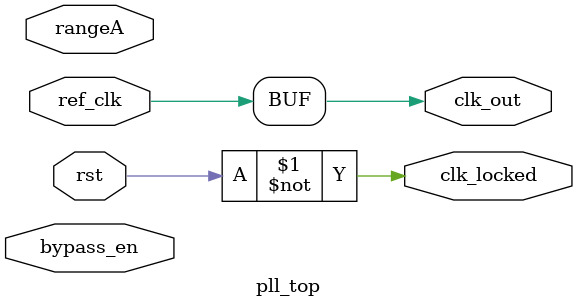
<source format=v>
 

`ifdef IBM_VLOG_2ps
 // `timescale 1 ns / 1 ps
`else
 // `timescale 1 ns / 10 ps
`endif

 module pll_top ( 
   output clk_locked,
   output clk_out,

   input ref_clk,
   input rst,
   input bypass_en,
   input [4:0] rangeA
);

`ifdef PITON_FPGA_SYNTH

// FPGA version, just bypass the clock
// with dumb lock signal
assign clk_out = ref_clk;
assign clk_locked = ~rst;

`elsif USE_FAKE_PLL_AND_CLKMUX

// Non synthesizeable simulation PLL
fake_pll pll (
    .clk_locked(clk_locked),
    .clk_out(clk_out),
    .ref_clk(ref_clk),
    .rst(rst)
);

`else

// PUT REAL PLL HERE FOR SYNTHESIS AND BACKEND
// BELOW IS A DUMMY SO FUNCTIONALITY IS MAINTAINED
assign clk_out = ref_clk;
assign clk_locked = ~rst;

`endif

endmodule

</source>
